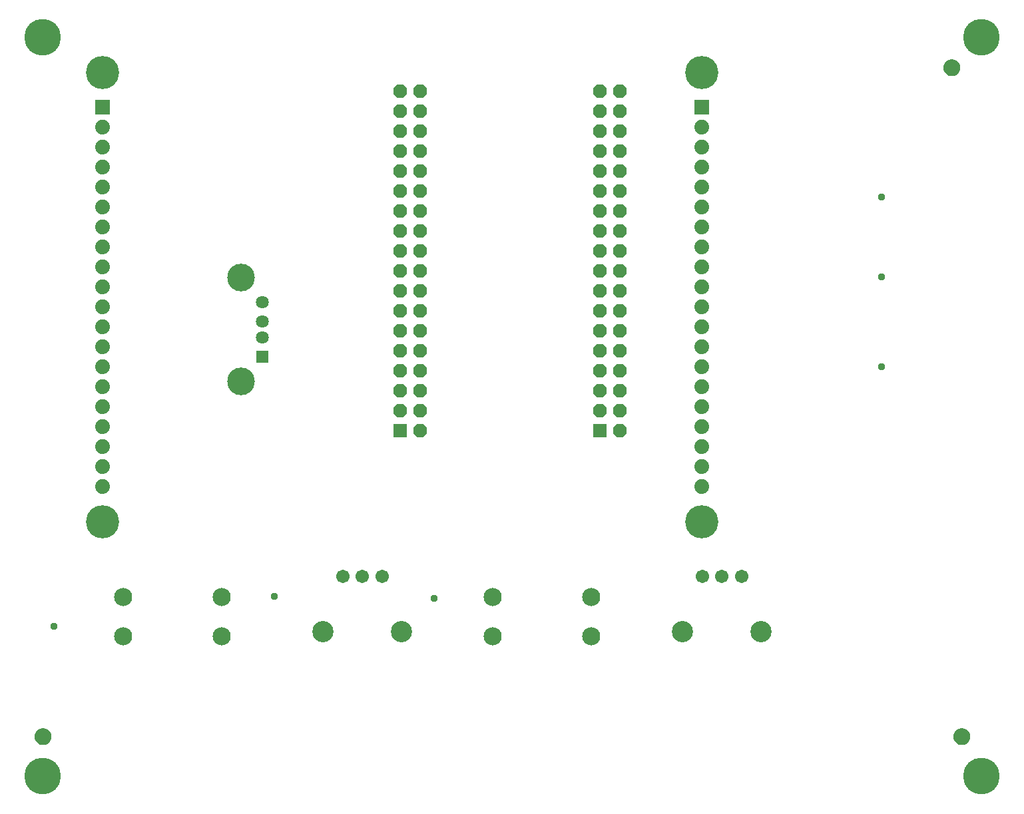
<source format=gbr>
G04 EAGLE Gerber RS-274X export*
G75*
%MOMM*%
%FSLAX34Y34*%
%LPD*%
%INSoldermask Bottom*%
%IPPOS*%
%AMOC8*
5,1,8,0,0,1.08239X$1,22.5*%
G01*
%ADD10R,1.727200X1.727200*%
%ADD11P,1.869504X8X112.500000*%
%ADD12R,1.879600X1.879600*%
%ADD13C,1.879600*%
%ADD14C,4.219200*%
%ADD15R,1.631200X1.631200*%
%ADD16C,1.631200*%
%ADD17C,3.519200*%
%ADD18C,1.711200*%
%ADD19C,2.703200*%
%ADD20C,2.303200*%
%ADD21C,0.609600*%
%ADD22C,1.219200*%
%ADD23C,4.648200*%
%ADD24C,0.959600*%


D10*
X492500Y478200D03*
D11*
X517900Y478200D03*
X492500Y503600D03*
X517900Y503600D03*
X492500Y529000D03*
X517900Y529000D03*
X492500Y554400D03*
X517900Y554400D03*
X492500Y579800D03*
X517900Y579800D03*
X492500Y605200D03*
X517900Y605200D03*
X492500Y630600D03*
X517900Y630600D03*
X492500Y656000D03*
X517900Y656000D03*
X492500Y681400D03*
X517900Y681400D03*
X492500Y706800D03*
X517900Y706800D03*
X492500Y732200D03*
X517900Y732200D03*
X492500Y757600D03*
X517900Y757600D03*
X492500Y783000D03*
X517900Y783000D03*
X492500Y808400D03*
X517900Y808400D03*
X492500Y833800D03*
X517900Y833800D03*
X492500Y859200D03*
X517900Y859200D03*
X492500Y884600D03*
X517900Y884600D03*
X492500Y910000D03*
X517900Y910000D03*
D10*
X746500Y478200D03*
D11*
X771900Y478200D03*
X746500Y503600D03*
X771900Y503600D03*
X746500Y529000D03*
X771900Y529000D03*
X746500Y554400D03*
X771900Y554400D03*
X746500Y579800D03*
X771900Y579800D03*
X746500Y605200D03*
X771900Y605200D03*
X746500Y630600D03*
X771900Y630600D03*
X746500Y656000D03*
X771900Y656000D03*
X746500Y681400D03*
X771900Y681400D03*
X746500Y706800D03*
X771900Y706800D03*
X746500Y732200D03*
X771900Y732200D03*
X746500Y757600D03*
X771900Y757600D03*
X746500Y783000D03*
X771900Y783000D03*
X746500Y808400D03*
X771900Y808400D03*
X746500Y833800D03*
X771900Y833800D03*
X746500Y859200D03*
X771900Y859200D03*
X746500Y884600D03*
X771900Y884600D03*
X746500Y910000D03*
X771900Y910000D03*
D12*
X876300Y889000D03*
D13*
X876300Y863600D03*
X876300Y838200D03*
X876300Y812800D03*
X876300Y787400D03*
X876300Y762000D03*
X876300Y736600D03*
X876300Y711200D03*
X876300Y685800D03*
X876300Y660400D03*
X876300Y635000D03*
X876300Y609600D03*
X876300Y584200D03*
X876300Y558800D03*
X876300Y533400D03*
X876300Y508000D03*
X876300Y482600D03*
X876300Y457200D03*
X876300Y431800D03*
X876300Y406400D03*
D12*
X114300Y889000D03*
D13*
X114300Y863600D03*
X114300Y838200D03*
X114300Y812800D03*
X114300Y787400D03*
X114300Y762000D03*
X114300Y736600D03*
X114300Y711200D03*
X114300Y685800D03*
X114300Y660400D03*
X114300Y635000D03*
X114300Y609600D03*
X114300Y584200D03*
X114300Y558800D03*
X114300Y533400D03*
X114300Y508000D03*
X114300Y482600D03*
X114300Y457200D03*
X114300Y431800D03*
X114300Y406400D03*
D14*
X114300Y933450D03*
X114300Y361950D03*
X876300Y933450D03*
X876300Y361950D03*
D15*
X317500Y571500D03*
D16*
X317500Y596500D03*
X317500Y616500D03*
X317500Y641500D03*
D17*
X290400Y540800D03*
X290400Y672200D03*
D18*
X469500Y292100D03*
X444500Y292100D03*
X419500Y292100D03*
D19*
X494500Y222100D03*
X394500Y222100D03*
D18*
X926700Y292100D03*
X901700Y292100D03*
X876700Y292100D03*
D19*
X951700Y222100D03*
X851700Y222100D03*
D20*
X735600Y266300D03*
X735600Y216300D03*
X610600Y216300D03*
X610600Y266300D03*
X265700Y266300D03*
X265700Y216300D03*
X140700Y216300D03*
X140700Y266300D03*
D21*
X1186180Y939800D02*
X1186182Y939987D01*
X1186189Y940174D01*
X1186201Y940361D01*
X1186217Y940547D01*
X1186237Y940733D01*
X1186262Y940918D01*
X1186292Y941103D01*
X1186326Y941287D01*
X1186365Y941470D01*
X1186408Y941652D01*
X1186456Y941832D01*
X1186508Y942012D01*
X1186565Y942190D01*
X1186625Y942367D01*
X1186691Y942542D01*
X1186760Y942716D01*
X1186834Y942888D01*
X1186912Y943058D01*
X1186994Y943226D01*
X1187080Y943392D01*
X1187170Y943556D01*
X1187264Y943717D01*
X1187362Y943877D01*
X1187464Y944033D01*
X1187570Y944188D01*
X1187680Y944339D01*
X1187793Y944488D01*
X1187910Y944634D01*
X1188030Y944777D01*
X1188154Y944917D01*
X1188281Y945054D01*
X1188412Y945188D01*
X1188546Y945319D01*
X1188683Y945446D01*
X1188823Y945570D01*
X1188966Y945690D01*
X1189112Y945807D01*
X1189261Y945920D01*
X1189412Y946030D01*
X1189567Y946136D01*
X1189723Y946238D01*
X1189883Y946336D01*
X1190044Y946430D01*
X1190208Y946520D01*
X1190374Y946606D01*
X1190542Y946688D01*
X1190712Y946766D01*
X1190884Y946840D01*
X1191058Y946909D01*
X1191233Y946975D01*
X1191410Y947035D01*
X1191588Y947092D01*
X1191768Y947144D01*
X1191948Y947192D01*
X1192130Y947235D01*
X1192313Y947274D01*
X1192497Y947308D01*
X1192682Y947338D01*
X1192867Y947363D01*
X1193053Y947383D01*
X1193239Y947399D01*
X1193426Y947411D01*
X1193613Y947418D01*
X1193800Y947420D01*
X1193987Y947418D01*
X1194174Y947411D01*
X1194361Y947399D01*
X1194547Y947383D01*
X1194733Y947363D01*
X1194918Y947338D01*
X1195103Y947308D01*
X1195287Y947274D01*
X1195470Y947235D01*
X1195652Y947192D01*
X1195832Y947144D01*
X1196012Y947092D01*
X1196190Y947035D01*
X1196367Y946975D01*
X1196542Y946909D01*
X1196716Y946840D01*
X1196888Y946766D01*
X1197058Y946688D01*
X1197226Y946606D01*
X1197392Y946520D01*
X1197556Y946430D01*
X1197717Y946336D01*
X1197877Y946238D01*
X1198033Y946136D01*
X1198188Y946030D01*
X1198339Y945920D01*
X1198488Y945807D01*
X1198634Y945690D01*
X1198777Y945570D01*
X1198917Y945446D01*
X1199054Y945319D01*
X1199188Y945188D01*
X1199319Y945054D01*
X1199446Y944917D01*
X1199570Y944777D01*
X1199690Y944634D01*
X1199807Y944488D01*
X1199920Y944339D01*
X1200030Y944188D01*
X1200136Y944033D01*
X1200238Y943877D01*
X1200336Y943717D01*
X1200430Y943556D01*
X1200520Y943392D01*
X1200606Y943226D01*
X1200688Y943058D01*
X1200766Y942888D01*
X1200840Y942716D01*
X1200909Y942542D01*
X1200975Y942367D01*
X1201035Y942190D01*
X1201092Y942012D01*
X1201144Y941832D01*
X1201192Y941652D01*
X1201235Y941470D01*
X1201274Y941287D01*
X1201308Y941103D01*
X1201338Y940918D01*
X1201363Y940733D01*
X1201383Y940547D01*
X1201399Y940361D01*
X1201411Y940174D01*
X1201418Y939987D01*
X1201420Y939800D01*
X1201418Y939613D01*
X1201411Y939426D01*
X1201399Y939239D01*
X1201383Y939053D01*
X1201363Y938867D01*
X1201338Y938682D01*
X1201308Y938497D01*
X1201274Y938313D01*
X1201235Y938130D01*
X1201192Y937948D01*
X1201144Y937768D01*
X1201092Y937588D01*
X1201035Y937410D01*
X1200975Y937233D01*
X1200909Y937058D01*
X1200840Y936884D01*
X1200766Y936712D01*
X1200688Y936542D01*
X1200606Y936374D01*
X1200520Y936208D01*
X1200430Y936044D01*
X1200336Y935883D01*
X1200238Y935723D01*
X1200136Y935567D01*
X1200030Y935412D01*
X1199920Y935261D01*
X1199807Y935112D01*
X1199690Y934966D01*
X1199570Y934823D01*
X1199446Y934683D01*
X1199319Y934546D01*
X1199188Y934412D01*
X1199054Y934281D01*
X1198917Y934154D01*
X1198777Y934030D01*
X1198634Y933910D01*
X1198488Y933793D01*
X1198339Y933680D01*
X1198188Y933570D01*
X1198033Y933464D01*
X1197877Y933362D01*
X1197717Y933264D01*
X1197556Y933170D01*
X1197392Y933080D01*
X1197226Y932994D01*
X1197058Y932912D01*
X1196888Y932834D01*
X1196716Y932760D01*
X1196542Y932691D01*
X1196367Y932625D01*
X1196190Y932565D01*
X1196012Y932508D01*
X1195832Y932456D01*
X1195652Y932408D01*
X1195470Y932365D01*
X1195287Y932326D01*
X1195103Y932292D01*
X1194918Y932262D01*
X1194733Y932237D01*
X1194547Y932217D01*
X1194361Y932201D01*
X1194174Y932189D01*
X1193987Y932182D01*
X1193800Y932180D01*
X1193613Y932182D01*
X1193426Y932189D01*
X1193239Y932201D01*
X1193053Y932217D01*
X1192867Y932237D01*
X1192682Y932262D01*
X1192497Y932292D01*
X1192313Y932326D01*
X1192130Y932365D01*
X1191948Y932408D01*
X1191768Y932456D01*
X1191588Y932508D01*
X1191410Y932565D01*
X1191233Y932625D01*
X1191058Y932691D01*
X1190884Y932760D01*
X1190712Y932834D01*
X1190542Y932912D01*
X1190374Y932994D01*
X1190208Y933080D01*
X1190044Y933170D01*
X1189883Y933264D01*
X1189723Y933362D01*
X1189567Y933464D01*
X1189412Y933570D01*
X1189261Y933680D01*
X1189112Y933793D01*
X1188966Y933910D01*
X1188823Y934030D01*
X1188683Y934154D01*
X1188546Y934281D01*
X1188412Y934412D01*
X1188281Y934546D01*
X1188154Y934683D01*
X1188030Y934823D01*
X1187910Y934966D01*
X1187793Y935112D01*
X1187680Y935261D01*
X1187570Y935412D01*
X1187464Y935567D01*
X1187362Y935723D01*
X1187264Y935883D01*
X1187170Y936044D01*
X1187080Y936208D01*
X1186994Y936374D01*
X1186912Y936542D01*
X1186834Y936712D01*
X1186760Y936884D01*
X1186691Y937058D01*
X1186625Y937233D01*
X1186565Y937410D01*
X1186508Y937588D01*
X1186456Y937768D01*
X1186408Y937948D01*
X1186365Y938130D01*
X1186326Y938313D01*
X1186292Y938497D01*
X1186262Y938682D01*
X1186237Y938867D01*
X1186217Y939053D01*
X1186201Y939239D01*
X1186189Y939426D01*
X1186182Y939613D01*
X1186180Y939800D01*
D22*
X1193800Y939800D03*
D21*
X30480Y88900D02*
X30482Y89087D01*
X30489Y89274D01*
X30501Y89461D01*
X30517Y89647D01*
X30537Y89833D01*
X30562Y90018D01*
X30592Y90203D01*
X30626Y90387D01*
X30665Y90570D01*
X30708Y90752D01*
X30756Y90932D01*
X30808Y91112D01*
X30865Y91290D01*
X30925Y91467D01*
X30991Y91642D01*
X31060Y91816D01*
X31134Y91988D01*
X31212Y92158D01*
X31294Y92326D01*
X31380Y92492D01*
X31470Y92656D01*
X31564Y92817D01*
X31662Y92977D01*
X31764Y93133D01*
X31870Y93288D01*
X31980Y93439D01*
X32093Y93588D01*
X32210Y93734D01*
X32330Y93877D01*
X32454Y94017D01*
X32581Y94154D01*
X32712Y94288D01*
X32846Y94419D01*
X32983Y94546D01*
X33123Y94670D01*
X33266Y94790D01*
X33412Y94907D01*
X33561Y95020D01*
X33712Y95130D01*
X33867Y95236D01*
X34023Y95338D01*
X34183Y95436D01*
X34344Y95530D01*
X34508Y95620D01*
X34674Y95706D01*
X34842Y95788D01*
X35012Y95866D01*
X35184Y95940D01*
X35358Y96009D01*
X35533Y96075D01*
X35710Y96135D01*
X35888Y96192D01*
X36068Y96244D01*
X36248Y96292D01*
X36430Y96335D01*
X36613Y96374D01*
X36797Y96408D01*
X36982Y96438D01*
X37167Y96463D01*
X37353Y96483D01*
X37539Y96499D01*
X37726Y96511D01*
X37913Y96518D01*
X38100Y96520D01*
X38287Y96518D01*
X38474Y96511D01*
X38661Y96499D01*
X38847Y96483D01*
X39033Y96463D01*
X39218Y96438D01*
X39403Y96408D01*
X39587Y96374D01*
X39770Y96335D01*
X39952Y96292D01*
X40132Y96244D01*
X40312Y96192D01*
X40490Y96135D01*
X40667Y96075D01*
X40842Y96009D01*
X41016Y95940D01*
X41188Y95866D01*
X41358Y95788D01*
X41526Y95706D01*
X41692Y95620D01*
X41856Y95530D01*
X42017Y95436D01*
X42177Y95338D01*
X42333Y95236D01*
X42488Y95130D01*
X42639Y95020D01*
X42788Y94907D01*
X42934Y94790D01*
X43077Y94670D01*
X43217Y94546D01*
X43354Y94419D01*
X43488Y94288D01*
X43619Y94154D01*
X43746Y94017D01*
X43870Y93877D01*
X43990Y93734D01*
X44107Y93588D01*
X44220Y93439D01*
X44330Y93288D01*
X44436Y93133D01*
X44538Y92977D01*
X44636Y92817D01*
X44730Y92656D01*
X44820Y92492D01*
X44906Y92326D01*
X44988Y92158D01*
X45066Y91988D01*
X45140Y91816D01*
X45209Y91642D01*
X45275Y91467D01*
X45335Y91290D01*
X45392Y91112D01*
X45444Y90932D01*
X45492Y90752D01*
X45535Y90570D01*
X45574Y90387D01*
X45608Y90203D01*
X45638Y90018D01*
X45663Y89833D01*
X45683Y89647D01*
X45699Y89461D01*
X45711Y89274D01*
X45718Y89087D01*
X45720Y88900D01*
X45718Y88713D01*
X45711Y88526D01*
X45699Y88339D01*
X45683Y88153D01*
X45663Y87967D01*
X45638Y87782D01*
X45608Y87597D01*
X45574Y87413D01*
X45535Y87230D01*
X45492Y87048D01*
X45444Y86868D01*
X45392Y86688D01*
X45335Y86510D01*
X45275Y86333D01*
X45209Y86158D01*
X45140Y85984D01*
X45066Y85812D01*
X44988Y85642D01*
X44906Y85474D01*
X44820Y85308D01*
X44730Y85144D01*
X44636Y84983D01*
X44538Y84823D01*
X44436Y84667D01*
X44330Y84512D01*
X44220Y84361D01*
X44107Y84212D01*
X43990Y84066D01*
X43870Y83923D01*
X43746Y83783D01*
X43619Y83646D01*
X43488Y83512D01*
X43354Y83381D01*
X43217Y83254D01*
X43077Y83130D01*
X42934Y83010D01*
X42788Y82893D01*
X42639Y82780D01*
X42488Y82670D01*
X42333Y82564D01*
X42177Y82462D01*
X42017Y82364D01*
X41856Y82270D01*
X41692Y82180D01*
X41526Y82094D01*
X41358Y82012D01*
X41188Y81934D01*
X41016Y81860D01*
X40842Y81791D01*
X40667Y81725D01*
X40490Y81665D01*
X40312Y81608D01*
X40132Y81556D01*
X39952Y81508D01*
X39770Y81465D01*
X39587Y81426D01*
X39403Y81392D01*
X39218Y81362D01*
X39033Y81337D01*
X38847Y81317D01*
X38661Y81301D01*
X38474Y81289D01*
X38287Y81282D01*
X38100Y81280D01*
X37913Y81282D01*
X37726Y81289D01*
X37539Y81301D01*
X37353Y81317D01*
X37167Y81337D01*
X36982Y81362D01*
X36797Y81392D01*
X36613Y81426D01*
X36430Y81465D01*
X36248Y81508D01*
X36068Y81556D01*
X35888Y81608D01*
X35710Y81665D01*
X35533Y81725D01*
X35358Y81791D01*
X35184Y81860D01*
X35012Y81934D01*
X34842Y82012D01*
X34674Y82094D01*
X34508Y82180D01*
X34344Y82270D01*
X34183Y82364D01*
X34023Y82462D01*
X33867Y82564D01*
X33712Y82670D01*
X33561Y82780D01*
X33412Y82893D01*
X33266Y83010D01*
X33123Y83130D01*
X32983Y83254D01*
X32846Y83381D01*
X32712Y83512D01*
X32581Y83646D01*
X32454Y83783D01*
X32330Y83923D01*
X32210Y84066D01*
X32093Y84212D01*
X31980Y84361D01*
X31870Y84512D01*
X31764Y84667D01*
X31662Y84823D01*
X31564Y84983D01*
X31470Y85144D01*
X31380Y85308D01*
X31294Y85474D01*
X31212Y85642D01*
X31134Y85812D01*
X31060Y85984D01*
X30991Y86158D01*
X30925Y86333D01*
X30865Y86510D01*
X30808Y86688D01*
X30756Y86868D01*
X30708Y87048D01*
X30665Y87230D01*
X30626Y87413D01*
X30592Y87597D01*
X30562Y87782D01*
X30537Y87967D01*
X30517Y88153D01*
X30501Y88339D01*
X30489Y88526D01*
X30482Y88713D01*
X30480Y88900D01*
D22*
X38100Y88900D03*
D21*
X1198880Y88900D02*
X1198882Y89087D01*
X1198889Y89274D01*
X1198901Y89461D01*
X1198917Y89647D01*
X1198937Y89833D01*
X1198962Y90018D01*
X1198992Y90203D01*
X1199026Y90387D01*
X1199065Y90570D01*
X1199108Y90752D01*
X1199156Y90932D01*
X1199208Y91112D01*
X1199265Y91290D01*
X1199325Y91467D01*
X1199391Y91642D01*
X1199460Y91816D01*
X1199534Y91988D01*
X1199612Y92158D01*
X1199694Y92326D01*
X1199780Y92492D01*
X1199870Y92656D01*
X1199964Y92817D01*
X1200062Y92977D01*
X1200164Y93133D01*
X1200270Y93288D01*
X1200380Y93439D01*
X1200493Y93588D01*
X1200610Y93734D01*
X1200730Y93877D01*
X1200854Y94017D01*
X1200981Y94154D01*
X1201112Y94288D01*
X1201246Y94419D01*
X1201383Y94546D01*
X1201523Y94670D01*
X1201666Y94790D01*
X1201812Y94907D01*
X1201961Y95020D01*
X1202112Y95130D01*
X1202267Y95236D01*
X1202423Y95338D01*
X1202583Y95436D01*
X1202744Y95530D01*
X1202908Y95620D01*
X1203074Y95706D01*
X1203242Y95788D01*
X1203412Y95866D01*
X1203584Y95940D01*
X1203758Y96009D01*
X1203933Y96075D01*
X1204110Y96135D01*
X1204288Y96192D01*
X1204468Y96244D01*
X1204648Y96292D01*
X1204830Y96335D01*
X1205013Y96374D01*
X1205197Y96408D01*
X1205382Y96438D01*
X1205567Y96463D01*
X1205753Y96483D01*
X1205939Y96499D01*
X1206126Y96511D01*
X1206313Y96518D01*
X1206500Y96520D01*
X1206687Y96518D01*
X1206874Y96511D01*
X1207061Y96499D01*
X1207247Y96483D01*
X1207433Y96463D01*
X1207618Y96438D01*
X1207803Y96408D01*
X1207987Y96374D01*
X1208170Y96335D01*
X1208352Y96292D01*
X1208532Y96244D01*
X1208712Y96192D01*
X1208890Y96135D01*
X1209067Y96075D01*
X1209242Y96009D01*
X1209416Y95940D01*
X1209588Y95866D01*
X1209758Y95788D01*
X1209926Y95706D01*
X1210092Y95620D01*
X1210256Y95530D01*
X1210417Y95436D01*
X1210577Y95338D01*
X1210733Y95236D01*
X1210888Y95130D01*
X1211039Y95020D01*
X1211188Y94907D01*
X1211334Y94790D01*
X1211477Y94670D01*
X1211617Y94546D01*
X1211754Y94419D01*
X1211888Y94288D01*
X1212019Y94154D01*
X1212146Y94017D01*
X1212270Y93877D01*
X1212390Y93734D01*
X1212507Y93588D01*
X1212620Y93439D01*
X1212730Y93288D01*
X1212836Y93133D01*
X1212938Y92977D01*
X1213036Y92817D01*
X1213130Y92656D01*
X1213220Y92492D01*
X1213306Y92326D01*
X1213388Y92158D01*
X1213466Y91988D01*
X1213540Y91816D01*
X1213609Y91642D01*
X1213675Y91467D01*
X1213735Y91290D01*
X1213792Y91112D01*
X1213844Y90932D01*
X1213892Y90752D01*
X1213935Y90570D01*
X1213974Y90387D01*
X1214008Y90203D01*
X1214038Y90018D01*
X1214063Y89833D01*
X1214083Y89647D01*
X1214099Y89461D01*
X1214111Y89274D01*
X1214118Y89087D01*
X1214120Y88900D01*
X1214118Y88713D01*
X1214111Y88526D01*
X1214099Y88339D01*
X1214083Y88153D01*
X1214063Y87967D01*
X1214038Y87782D01*
X1214008Y87597D01*
X1213974Y87413D01*
X1213935Y87230D01*
X1213892Y87048D01*
X1213844Y86868D01*
X1213792Y86688D01*
X1213735Y86510D01*
X1213675Y86333D01*
X1213609Y86158D01*
X1213540Y85984D01*
X1213466Y85812D01*
X1213388Y85642D01*
X1213306Y85474D01*
X1213220Y85308D01*
X1213130Y85144D01*
X1213036Y84983D01*
X1212938Y84823D01*
X1212836Y84667D01*
X1212730Y84512D01*
X1212620Y84361D01*
X1212507Y84212D01*
X1212390Y84066D01*
X1212270Y83923D01*
X1212146Y83783D01*
X1212019Y83646D01*
X1211888Y83512D01*
X1211754Y83381D01*
X1211617Y83254D01*
X1211477Y83130D01*
X1211334Y83010D01*
X1211188Y82893D01*
X1211039Y82780D01*
X1210888Y82670D01*
X1210733Y82564D01*
X1210577Y82462D01*
X1210417Y82364D01*
X1210256Y82270D01*
X1210092Y82180D01*
X1209926Y82094D01*
X1209758Y82012D01*
X1209588Y81934D01*
X1209416Y81860D01*
X1209242Y81791D01*
X1209067Y81725D01*
X1208890Y81665D01*
X1208712Y81608D01*
X1208532Y81556D01*
X1208352Y81508D01*
X1208170Y81465D01*
X1207987Y81426D01*
X1207803Y81392D01*
X1207618Y81362D01*
X1207433Y81337D01*
X1207247Y81317D01*
X1207061Y81301D01*
X1206874Y81289D01*
X1206687Y81282D01*
X1206500Y81280D01*
X1206313Y81282D01*
X1206126Y81289D01*
X1205939Y81301D01*
X1205753Y81317D01*
X1205567Y81337D01*
X1205382Y81362D01*
X1205197Y81392D01*
X1205013Y81426D01*
X1204830Y81465D01*
X1204648Y81508D01*
X1204468Y81556D01*
X1204288Y81608D01*
X1204110Y81665D01*
X1203933Y81725D01*
X1203758Y81791D01*
X1203584Y81860D01*
X1203412Y81934D01*
X1203242Y82012D01*
X1203074Y82094D01*
X1202908Y82180D01*
X1202744Y82270D01*
X1202583Y82364D01*
X1202423Y82462D01*
X1202267Y82564D01*
X1202112Y82670D01*
X1201961Y82780D01*
X1201812Y82893D01*
X1201666Y83010D01*
X1201523Y83130D01*
X1201383Y83254D01*
X1201246Y83381D01*
X1201112Y83512D01*
X1200981Y83646D01*
X1200854Y83783D01*
X1200730Y83923D01*
X1200610Y84066D01*
X1200493Y84212D01*
X1200380Y84361D01*
X1200270Y84512D01*
X1200164Y84667D01*
X1200062Y84823D01*
X1199964Y84983D01*
X1199870Y85144D01*
X1199780Y85308D01*
X1199694Y85474D01*
X1199612Y85642D01*
X1199534Y85812D01*
X1199460Y85984D01*
X1199391Y86158D01*
X1199325Y86333D01*
X1199265Y86510D01*
X1199208Y86688D01*
X1199156Y86868D01*
X1199108Y87048D01*
X1199065Y87230D01*
X1199026Y87413D01*
X1198992Y87597D01*
X1198962Y87782D01*
X1198937Y87967D01*
X1198917Y88153D01*
X1198901Y88339D01*
X1198889Y88526D01*
X1198882Y88713D01*
X1198880Y88900D01*
D22*
X1206500Y88900D03*
D23*
X38100Y977900D03*
X1231900Y977900D03*
X1231900Y38100D03*
X38100Y38100D03*
D24*
X1104900Y673100D03*
X1104900Y774700D03*
X1104900Y558800D03*
X52042Y228600D03*
X332740Y266700D03*
X535940Y264160D03*
M02*

</source>
